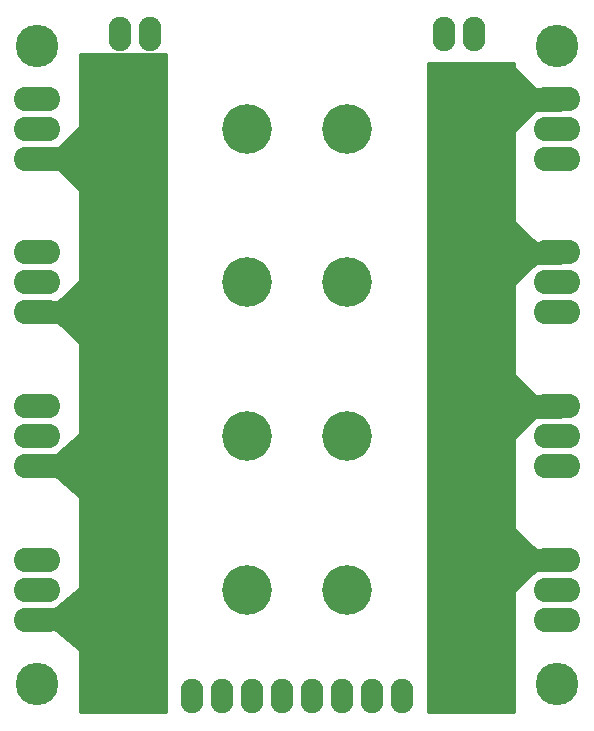
<source format=gbr>
G04 #@! TF.FileFunction,Soldermask,Bot*
%FSLAX46Y46*%
G04 Gerber Fmt 4.6, Leading zero omitted, Abs format (unit mm)*
G04 Created by KiCad (PCBNEW 4.0.4-stable) date 06/09/17 11:55:04*
%MOMM*%
%LPD*%
G01*
G04 APERTURE LIST*
%ADD10C,0.100000*%
%ADD11O,3.900120X2.099260*%
%ADD12C,4.199840*%
%ADD13C,3.000000*%
%ADD14C,3.600000*%
%ADD15O,1.920000X2.920000*%
%ADD16C,0.254000*%
G04 APERTURE END LIST*
D10*
D11*
X133000000Y-80000000D03*
X133000000Y-77460000D03*
X133000000Y-82540000D03*
D12*
X150764000Y-80000000D03*
D13*
X169750000Y-86500000D03*
X169750000Y-99500000D03*
X169750000Y-112500000D03*
X169750000Y-126500000D03*
X140250000Y-126500000D03*
X140250000Y-112500000D03*
X140250000Y-99500000D03*
D14*
X133000000Y-127000000D03*
X177000000Y-127000000D03*
X177000000Y-73000000D03*
D15*
X140000000Y-72000000D03*
X142540000Y-72000000D03*
X170000000Y-72000000D03*
X167460000Y-72000000D03*
D14*
X133000000Y-73000000D03*
D13*
X140250000Y-86500000D03*
D11*
X177000000Y-119000000D03*
X177000000Y-121540000D03*
X177000000Y-116460000D03*
D12*
X159236000Y-119000000D03*
D11*
X177000000Y-106000000D03*
X177000000Y-108540000D03*
X177000000Y-103460000D03*
D12*
X159236000Y-106000000D03*
D11*
X177000000Y-93000000D03*
X177000000Y-95540000D03*
X177000000Y-90460000D03*
D12*
X159236000Y-93000000D03*
D11*
X177000000Y-80000000D03*
X177000000Y-82540000D03*
X177000000Y-77460000D03*
D12*
X159236000Y-80000000D03*
D11*
X133000000Y-93000000D03*
X133000000Y-90460000D03*
X133000000Y-95540000D03*
D12*
X150764000Y-93000000D03*
D11*
X133000000Y-106000000D03*
X133000000Y-103460000D03*
X133000000Y-108540000D03*
D12*
X150764000Y-106000000D03*
D11*
X133000000Y-119000000D03*
X133000000Y-116460000D03*
X133000000Y-121540000D03*
D12*
X150764000Y-119000000D03*
D15*
X146100000Y-128000000D03*
X148640000Y-128000000D03*
X151180000Y-128000000D03*
X153720000Y-128000000D03*
X156260000Y-128000000D03*
X158800000Y-128000000D03*
X161340000Y-128000000D03*
X163880000Y-128000000D03*
D16*
G36*
X143873000Y-129373000D02*
X136627000Y-129373000D01*
X136627000Y-124250000D01*
X136616994Y-124200590D01*
X136583630Y-124154423D01*
X134583630Y-122404423D01*
X134539856Y-122379416D01*
X134500000Y-122373000D01*
X132627000Y-122373000D01*
X132627000Y-120627000D01*
X134500000Y-120627000D01*
X134549410Y-120616994D01*
X134583630Y-120595577D01*
X136583630Y-118845577D01*
X136614226Y-118805510D01*
X136627000Y-118750000D01*
X136627000Y-111250000D01*
X136616994Y-111200590D01*
X136583630Y-111154423D01*
X134583630Y-109404423D01*
X134539856Y-109379416D01*
X134500000Y-109373000D01*
X132627000Y-109373000D01*
X132627000Y-107627000D01*
X134500000Y-107627000D01*
X134549410Y-107616994D01*
X134583630Y-107595577D01*
X136583630Y-105845577D01*
X136614226Y-105805510D01*
X136627000Y-105750000D01*
X136627000Y-98250000D01*
X136616994Y-98200590D01*
X136589803Y-98160197D01*
X134839803Y-96410197D01*
X134797789Y-96382334D01*
X134750000Y-96373000D01*
X134127000Y-96373000D01*
X134127000Y-94627000D01*
X134750000Y-94627000D01*
X134799410Y-94616994D01*
X134839803Y-94589803D01*
X136589803Y-92839803D01*
X136617666Y-92797789D01*
X136627000Y-92750000D01*
X136627000Y-85250000D01*
X136616994Y-85200590D01*
X136589803Y-85160197D01*
X134839803Y-83410197D01*
X134797789Y-83382334D01*
X134750000Y-83373000D01*
X132627000Y-83373000D01*
X132627000Y-81627000D01*
X134750000Y-81627000D01*
X134799410Y-81616994D01*
X134839803Y-81589803D01*
X136589803Y-79839803D01*
X136617666Y-79797789D01*
X136627000Y-79750000D01*
X136627000Y-73627000D01*
X143873000Y-73627000D01*
X143873000Y-129373000D01*
X143873000Y-129373000D01*
G37*
X143873000Y-129373000D02*
X136627000Y-129373000D01*
X136627000Y-124250000D01*
X136616994Y-124200590D01*
X136583630Y-124154423D01*
X134583630Y-122404423D01*
X134539856Y-122379416D01*
X134500000Y-122373000D01*
X132627000Y-122373000D01*
X132627000Y-120627000D01*
X134500000Y-120627000D01*
X134549410Y-120616994D01*
X134583630Y-120595577D01*
X136583630Y-118845577D01*
X136614226Y-118805510D01*
X136627000Y-118750000D01*
X136627000Y-111250000D01*
X136616994Y-111200590D01*
X136583630Y-111154423D01*
X134583630Y-109404423D01*
X134539856Y-109379416D01*
X134500000Y-109373000D01*
X132627000Y-109373000D01*
X132627000Y-107627000D01*
X134500000Y-107627000D01*
X134549410Y-107616994D01*
X134583630Y-107595577D01*
X136583630Y-105845577D01*
X136614226Y-105805510D01*
X136627000Y-105750000D01*
X136627000Y-98250000D01*
X136616994Y-98200590D01*
X136589803Y-98160197D01*
X134839803Y-96410197D01*
X134797789Y-96382334D01*
X134750000Y-96373000D01*
X134127000Y-96373000D01*
X134127000Y-94627000D01*
X134750000Y-94627000D01*
X134799410Y-94616994D01*
X134839803Y-94589803D01*
X136589803Y-92839803D01*
X136617666Y-92797789D01*
X136627000Y-92750000D01*
X136627000Y-85250000D01*
X136616994Y-85200590D01*
X136589803Y-85160197D01*
X134839803Y-83410197D01*
X134797789Y-83382334D01*
X134750000Y-83373000D01*
X132627000Y-83373000D01*
X132627000Y-81627000D01*
X134750000Y-81627000D01*
X134799410Y-81616994D01*
X134839803Y-81589803D01*
X136589803Y-79839803D01*
X136617666Y-79797789D01*
X136627000Y-79750000D01*
X136627000Y-73627000D01*
X143873000Y-73627000D01*
X143873000Y-129373000D01*
G36*
X173373000Y-74750000D02*
X173383006Y-74799410D01*
X173410197Y-74839803D01*
X175160197Y-76589803D01*
X175202211Y-76617666D01*
X175250000Y-76627000D01*
X177373000Y-76627000D01*
X177373000Y-78373000D01*
X175250000Y-78373000D01*
X175200590Y-78383006D01*
X175160197Y-78410197D01*
X173410197Y-80160197D01*
X173382334Y-80202211D01*
X173373000Y-80250000D01*
X173373000Y-87750000D01*
X173383006Y-87799410D01*
X173410197Y-87839803D01*
X175160197Y-89589803D01*
X175202211Y-89617666D01*
X175250000Y-89627000D01*
X177373000Y-89627000D01*
X177373000Y-91373000D01*
X175250000Y-91373000D01*
X175200590Y-91383006D01*
X175160197Y-91410197D01*
X173410197Y-93160197D01*
X173382334Y-93202211D01*
X173373000Y-93250000D01*
X173373000Y-100750000D01*
X173383006Y-100799410D01*
X173410197Y-100839803D01*
X175160197Y-102589803D01*
X175202211Y-102617666D01*
X175250000Y-102627000D01*
X177373000Y-102627000D01*
X177373000Y-104373000D01*
X175250000Y-104373000D01*
X175200590Y-104383006D01*
X175160197Y-104410197D01*
X173410197Y-106160197D01*
X173382334Y-106202211D01*
X173373000Y-106250000D01*
X173373000Y-113750000D01*
X173383006Y-113799410D01*
X173410197Y-113839803D01*
X175160197Y-115589803D01*
X175202211Y-115617666D01*
X175250000Y-115627000D01*
X177373000Y-115627000D01*
X177373000Y-117373000D01*
X175250000Y-117373000D01*
X175200590Y-117383006D01*
X175160197Y-117410197D01*
X173410197Y-119160197D01*
X173382334Y-119202211D01*
X173373000Y-119250000D01*
X173373000Y-129373000D01*
X166127000Y-129373000D01*
X166127000Y-74377000D01*
X173373000Y-74377000D01*
X173373000Y-74750000D01*
X173373000Y-74750000D01*
G37*
X173373000Y-74750000D02*
X173383006Y-74799410D01*
X173410197Y-74839803D01*
X175160197Y-76589803D01*
X175202211Y-76617666D01*
X175250000Y-76627000D01*
X177373000Y-76627000D01*
X177373000Y-78373000D01*
X175250000Y-78373000D01*
X175200590Y-78383006D01*
X175160197Y-78410197D01*
X173410197Y-80160197D01*
X173382334Y-80202211D01*
X173373000Y-80250000D01*
X173373000Y-87750000D01*
X173383006Y-87799410D01*
X173410197Y-87839803D01*
X175160197Y-89589803D01*
X175202211Y-89617666D01*
X175250000Y-89627000D01*
X177373000Y-89627000D01*
X177373000Y-91373000D01*
X175250000Y-91373000D01*
X175200590Y-91383006D01*
X175160197Y-91410197D01*
X173410197Y-93160197D01*
X173382334Y-93202211D01*
X173373000Y-93250000D01*
X173373000Y-100750000D01*
X173383006Y-100799410D01*
X173410197Y-100839803D01*
X175160197Y-102589803D01*
X175202211Y-102617666D01*
X175250000Y-102627000D01*
X177373000Y-102627000D01*
X177373000Y-104373000D01*
X175250000Y-104373000D01*
X175200590Y-104383006D01*
X175160197Y-104410197D01*
X173410197Y-106160197D01*
X173382334Y-106202211D01*
X173373000Y-106250000D01*
X173373000Y-113750000D01*
X173383006Y-113799410D01*
X173410197Y-113839803D01*
X175160197Y-115589803D01*
X175202211Y-115617666D01*
X175250000Y-115627000D01*
X177373000Y-115627000D01*
X177373000Y-117373000D01*
X175250000Y-117373000D01*
X175200590Y-117383006D01*
X175160197Y-117410197D01*
X173410197Y-119160197D01*
X173382334Y-119202211D01*
X173373000Y-119250000D01*
X173373000Y-129373000D01*
X166127000Y-129373000D01*
X166127000Y-74377000D01*
X173373000Y-74377000D01*
X173373000Y-74750000D01*
M02*

</source>
